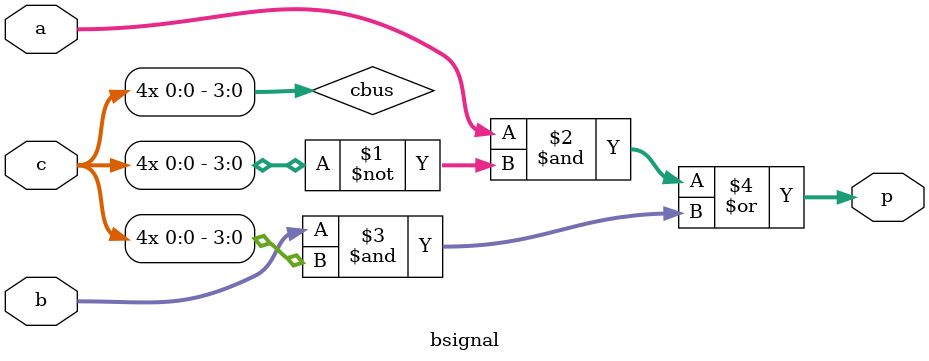
<source format=v>


// endmodule



module bsignal(
    input wire [3:0] a,
    input wire [3:0] b,
    input wire c,
    output wire [3:0] p
);

wire [3:0] cbus;

assign cbus={4{c}};
assign p=(a&(~cbus))|(b&cbus);

endmodule
</source>
